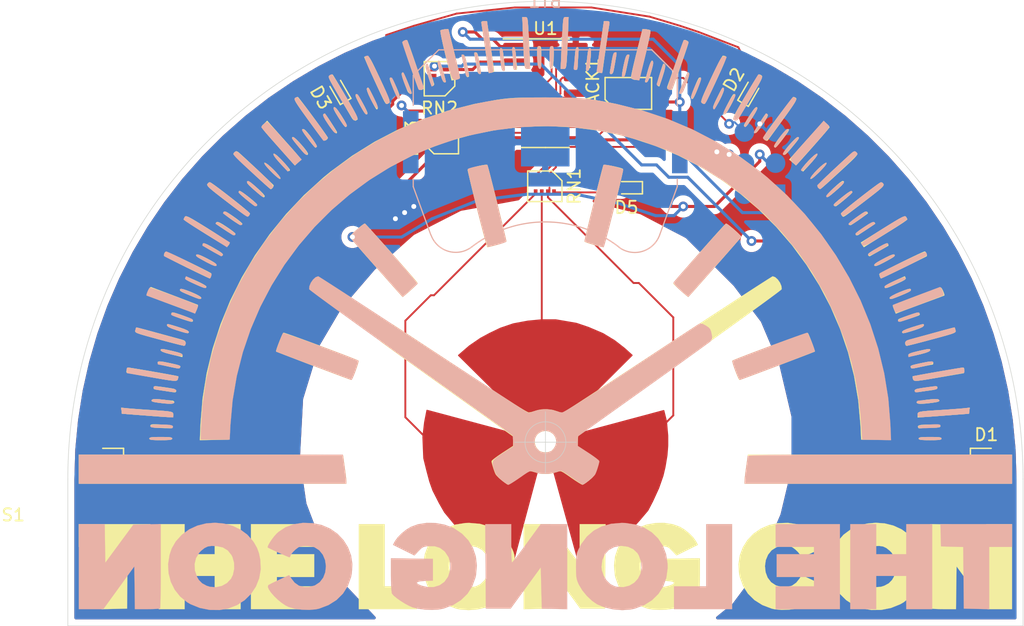
<source format=kicad_pcb>
(kicad_pcb (version 20171130) (host pcbnew "(5.1.3)")
  (layers (0 F.Cu signal) (31 B.Cu signal) (34 B.Paste user hide) (35 F.Paste user) (36 B.SilkS user hide) (37 F.SilkS user) (38 B.Mask user) (39 F.Mask user) (44 Edge.Cuts user))
  (net 0 "")
  (net 1 GND)
  (net 2 VCC)
  (net 3 QT3)
  (net 4 QT4)
  (net 5 QT2)
  (net 6 QT5)
  (net 7 QT1)
  (net 8 MISO)
  (net 9 "Net-(D1-Pad2)")
  (net 10 "Net-(D2-Pad2)")
  (net 11 "Net-(D3-Pad2)")
  (net 12 "Net-(D4-Pad2)")
  (net 13 "Net-(D5-Pad2)")
  (net 14 LED1)
  (net 15 RESET)
  (net 16 R1)
  (net 17 R2)
  (net 18 R3)
  (net 19 LED5)
  (net 20 LED4)
  (net 21 LED3)
  (net 22 LED2)
  (net 23 "Net-(RN3-Pad7)")
  (net 24 "Net-(RN3-Pad2)")
  (net 25 "Net-(RN3-Pad6)")
  (net 26 "Net-(RN3-Pad3)")
  (net 27 "Net-(RN3-Pad5)")
  (net 28 "Net-(RN3-Pad4)")
  (module tlc_ctf_board:CAP_ARRAY_4_1206 (layer F.Cu) (at 180.76 48.99)
    (fp_text reference CPACK1 (at -2.9 0 90) (layer F.SilkS))
    (fp_text value C_Pack_4)
    (pad 8 smd rect (at -1.2 -0.5) (size 0.4 0.6) (layers F.Cu F.Paste F.Mask) (net 5 QT2))
    (pad 1 smd rect (at -1.2 0.5) (size 0.4 0.6) (layers F.Cu F.Paste F.Mask) (net 4 QT4))
    (pad 7 smd rect (at -0.4 -0.5) (size 0.4 0.6) (layers F.Cu F.Paste F.Mask) (net 3 QT3))
    (pad 2 smd rect (at -0.4 0.5) (size 0.4 0.6) (layers F.Cu F.Paste F.Mask) (net 6 QT5))
    (pad 6 smd rect (at 0.4 -0.5) (size 0.4 0.6) (layers F.Cu F.Paste F.Mask) (net 7 QT1))
    (pad 3 smd rect (at 0.4 0.5) (size 0.4 0.6) (layers F.Cu F.Paste F.Mask) (net 8 MISO))
    (pad 5 smd rect (at 1.2 -0.5) (size 0.4 0.6) (layers F.Cu F.Paste F.Mask) (net 2 VCC))
    (pad 4 smd rect (at 1.2 0.5) (size 0.4 0.6) (layers F.Cu F.Paste F.Mask) (net 1 GND))
  )
  (module Battery:BatteryHolder_Keystone_3034_1x20mm (layer B.Cu) (at 173.975 52.97 180)
    (fp_text reference BT1 (at 0 11.5) (layer B.SilkS) (effects (justify mirror)))
    (fp_text value Battery_Cell)
    (pad 2 smd rect (at 0 0 180) (size 3.96 3.96) (layers B.Cu B.Paste B.Mask) (net 1 GND))
    (pad 1 smd rect (at 10.985 0 180) (size 1.27 5.08) (layers B.Cu B.Paste B.Mask) (net 2 VCC))
    (pad 1 smd rect (at -10.985 0 180) (size 1.27 5.08) (layers B.Cu B.Paste B.Mask) (net 2 VCC))
  )
  (module Package_SO:SOIC-14_3.9x8.7mm_P1.27mm (layer F.Cu) (at 173.99 48.97)
    (fp_text reference U1 (at 0 -5.28) (layer F.SilkS))
    (fp_text value ATtiny84A-SSU)
    (pad 1 smd roundrect (at -2.475 -3.81) (size 1.95 0.6) (layers F.Cu F.Paste F.Mask) (net 2 VCC))
    (pad 2 smd roundrect (at -2.475 -2.54) (size 1.95 0.6) (layers F.Cu F.Paste F.Mask) (net 19 LED5))
    (pad 3 smd roundrect (at -2.475 -1.27) (size 1.95 0.6) (layers F.Cu F.Paste F.Mask) (net 20 LED4))
    (pad 4 smd roundrect (at -2.475 0) (size 1.95 0.6) (layers F.Cu F.Paste F.Mask) (net 15 RESET))
    (pad 5 smd roundrect (at -2.475 1.27) (size 1.95 0.6) (layers F.Cu F.Paste F.Mask) (net 21 LED3))
    (pad 6 smd roundrect (at -2.475 2.54) (size 1.95 0.6) (layers F.Cu F.Paste F.Mask) (net 22 LED2))
    (pad 7 smd roundrect (at -2.475 3.81) (size 1.95 0.6) (layers F.Cu F.Paste F.Mask) (net 14 LED1))
    (pad 8 smd roundrect (at 2.475 3.81) (size 1.95 0.6) (layers F.Cu F.Paste F.Mask) (net 8 MISO))
    (pad 9 smd roundrect (at 2.475 2.54) (size 1.95 0.6) (layers F.Cu F.Paste F.Mask) (net 6 QT5))
    (pad 10 smd roundrect (at 2.475 1.27) (size 1.95 0.6) (layers F.Cu F.Paste F.Mask) (net 4 QT4))
    (pad 11 smd roundrect (at 2.475 0) (size 1.95 0.6) (layers F.Cu F.Paste F.Mask) (net 5 QT2))
    (pad 12 smd roundrect (at 2.475 -1.27) (size 1.95 0.6) (layers F.Cu F.Paste F.Mask) (net 3 QT3))
    (pad 13 smd roundrect (at 2.475 -2.54) (size 1.95 0.6) (layers F.Cu F.Paste F.Mask) (net 7 QT1))
    (pad 14 smd roundrect (at 2.475 -3.81) (size 1.95 0.6) (layers F.Cu F.Paste F.Mask) (net 1 GND))
  )
  (module tlc_ctf_board:logo (layer B.Cu) (at 173.99 66.97 180)
    (fp_text reference G*** hide)
    (fp_text value LOGO hide)
  )
  (module tlc_ctf_board:wheel_simple (layer F.Cu) (at 173.99 77.47)
    (fp_text reference S1 (at -43.461658 5.939561) (layer F.SilkS))
    (fp_text value rotor)
    (fp_poly (pts (xy -0.67 2.45) (xy -1.09 2.27) (xy -1.57 1.98) (xy -1.95 1.57) (xy -2.23 1.18) (xy -2.41 0.75) (xy -2.54 0.28) (xy -2.48 -0.17) (xy -2.45 -0.45) (xy -2.43 -0.66) (xy -9.67 -2.6) (xy -9.86 -1.63) (xy -10 -0.44) (xy -9.93 1.3) (xy -9.68 2.31) (xy -9.44 3.21) (xy -9.18 3.94) (xy -8.66 4.96) (xy -8.23 5.71) (xy -7.38 6.74) (xy -6.63 7.48) (xy -6.01 8.02) (xy -5.38 8.45) (xy -4.51 8.92) (xy -3.74 9.24) (xy -3 9.51) (xy -2.6 9.66)) (layer F.Cu) (width 0.1))
    (fp_poly (pts (xy 0.67 2.38) (xy 1.05 2.27) (xy 1.59 1.97) (xy 1.94 1.6) (xy 2.19 1.23) (xy 2.33 0.89) (xy 2.46 0.45) (xy 2.51 0.02) (xy 2.46 -0.37) (xy 2.43 -0.56) (xy 2.42 -0.64) (xy 9.66 -2.58) (xy 9.88 -1.69) (xy 9.94 -0.97) (xy 9.98 -0.54) (xy 9.98 0.28) (xy 9.92 1.06) (xy 9.76 2.02) (xy 9.59 2.74) (xy 9.24 3.74) (xy 8.75 4.81) (xy 8.36 5.56) (xy 7.64 6.41) (xy 6.81 7.32) (xy 5.89 8.03) (xy 5.2 8.6) (xy 4.49 8.96) (xy 3.69 9.35) (xy 2.66 9.63)) (layer F.Cu) (width 0.1))
    (fp_poly (pts (xy -1.76 -1.81) (xy -1.4 -2.11) (xy -0.77 -2.38) (xy -0.23 -2.48) (xy 0.39 -2.49) (xy 0.95 -2.33) (xy 1.33 -2.14) (xy 1.64 -1.87) (xy 1.77 -1.82) (xy 7.07 -7.1) (xy 6.45 -7.66) (xy 5.64 -8.29) (xy 4.7 -8.86) (xy 3.53 -9.36) (xy 2.53 -9.7) (xy 0.84 -9.99) (xy -0.3 -9.99) (xy -1.44 -9.88) (xy -2.62 -9.66) (xy -3.68 -9.3) (xy -4.55 -8.88) (xy -5.28 -8.49) (xy -6.2 -7.86) (xy -6.77 -7.37) (xy -7.09 -7.09)) (layer F.Cu) (width 0.1))
    (pad 3 smd circle (at -0.6 -6.6) (size 1.524 1.524) (layers F.Cu) (net 18 R3))
    (pad 2 smd circle (at 5.8 3.6) (size 1.524 1.524) (layers F.Cu) (net 17 R2))
    (pad 1 smd circle (at -6 3.4) (size 1.524 1.524) (layers F.Cu) (net 16 R1))
  )
  (module tlc_ctf_board:logo (layer F.Cu) (at 173.99 66.97)
    (fp_text reference G*** hide)
    (fp_text value LOGO hide)
  )
  (module tlc_ctf_board:r_array (layer F.Cu) (at 173.94 56.57 180)
    (fp_text reference RN1 (at -2.4 0 90) (layer F.SilkS))
    (fp_text value R_Pack04)
    (pad 8 smd rect (at -0.75 -0.5 180) (size 0.3 0.5) (layers F.Cu F.Paste F.Mask) (net 13 "Net-(D5-Pad2)"))
    (pad 1 smd rect (at -0.75 0.5 180) (size 0.3 0.5) (layers F.Cu F.Paste F.Mask) (net 14 LED1))
    (pad 7 smd rect (at -0.25 -0.5 180) (size 0.3 0.5) (layers F.Cu F.Paste F.Mask) (net 17 R2))
    (pad 2 smd rect (at -0.25 0.5 180) (size 0.3 0.5) (layers F.Cu F.Paste F.Mask) (net 5 QT2))
    (pad 6 smd rect (at 0.25 -0.5 180) (size 0.3 0.5) (layers F.Cu F.Paste F.Mask) (net 18 R3))
    (pad 3 smd rect (at 0.25 0.5 180) (size 0.3 0.5) (layers F.Cu F.Paste F.Mask) (net 3 QT3))
    (pad 5 smd rect (at 0.75 -0.5 180) (size 0.3 0.5) (layers F.Cu F.Paste F.Mask) (net 16 R1))
    (pad 4 smd rect (at 0.75 0.5 180) (size 0.3 0.5) (layers F.Cu F.Paste F.Mask) (net 7 QT1))
  )
  (module digikey-footprints:LED_0603 (layer F.Cu) (at 209.99 78.47)
    (fp_text reference D1 (at 0 -1.61) (layer F.SilkS))
    (fp_text value LED)
    (pad 1 smd rect (at -0.75 0) (size 0.8 0.8) (layers F.Cu F.Paste F.Mask) (net 1 GND))
    (pad 2 smd rect (at 0.75 0) (size 0.8 0.8) (layers F.Cu F.Paste F.Mask) (net 9 "Net-(D1-Pad2)"))
  )
  (module digikey-footprints:LED_0603 (layer F.Cu) (at 190.775 48.669519 60)
    (fp_text reference D2 (at 0 -1.61 60) (layer F.SilkS))
    (fp_text value LED)
    (pad 2 smd rect (at 0.75 0 60) (size 0.8 0.8) (layers F.Cu F.Paste F.Mask) (net 10 "Net-(D2-Pad2)"))
    (pad 1 smd rect (at -0.75 0 60) (size 0.8 0.8) (layers F.Cu F.Paste F.Mask) (net 1 GND))
  )
  (module digikey-footprints:LED_0603 (layer F.Cu) (at 157.025 48.520481 120)
    (fp_text reference D3 (at 0 -1.61 120) (layer F.SilkS))
    (fp_text value LED)
    (pad 1 smd rect (at -0.75 0 120) (size 0.8 0.8) (layers F.Cu F.Paste F.Mask) (net 1 GND))
    (pad 2 smd rect (at 0.75 0 120) (size 0.8 0.8) (layers F.Cu F.Paste F.Mask) (net 11 "Net-(D3-Pad2)"))
  )
  (module digikey-footprints:LED_0603 (layer F.Cu) (at 138.24 78.47 180)
    (fp_text reference D4 (at 0 -1.61) (layer F.SilkS))
    (fp_text value LED)
    (pad 2 smd rect (at 0.75 0 180) (size 0.8 0.8) (layers F.Cu F.Paste F.Mask) (net 12 "Net-(D4-Pad2)"))
    (pad 1 smd rect (at -0.75 0 180) (size 0.8 0.8) (layers F.Cu F.Paste F.Mask) (net 1 GND))
  )
  (module digikey-footprints:LED_0603 (layer F.Cu) (at 180.61 56.69 180)
    (fp_text reference D5 (at 0 -1.61) (layer F.SilkS))
    (fp_text value LED)
    (pad 1 smd rect (at -0.75 0 180) (size 0.8 0.8) (layers F.Cu F.Paste F.Mask) (net 1 GND))
    (pad 2 smd rect (at 0.75 0 180) (size 0.8 0.8) (layers F.Cu F.Paste F.Mask) (net 13 "Net-(D5-Pad2)"))
  )
  (module misc_footprints:AVR-ISP-6 (layer B.Cu) (at 190.24 57.22)
    (fp_text reference J1 hide)
    (fp_text value AVR-ISP-6 hide)
    (pad 1 smd oval (at 0 0) (size 1.6 1.6) (layers B.Cu B.Paste B.Mask) (net 8 MISO))
    (pad 2 smd rect (at 2.54 0) (size 1.6 1.6) (layers B.Cu B.Paste B.Mask) (net 2 VCC))
    (pad 3 smd oval (at 0 -2.54) (size 1.6 1.6) (layers B.Cu B.Paste B.Mask) (net 6 QT5))
    (pad 4 smd oval (at 2.54 -2.54) (size 1.6 1.6) (layers B.Cu B.Paste B.Mask) (net 14 LED1))
    (pad 5 smd oval (at 0 -5.08) (size 1.6 1.6) (layers B.Cu B.Paste B.Mask) (net 15 RESET))
    (pad 6 smd oval (at 2.54 -5.08) (size 1.6 1.6) (layers B.Cu B.Paste B.Mask) (net 1 GND))
  )
  (module tlc_ctf_board:r_array (layer F.Cu) (at 165.34 47.79 90)
    (fp_text reference RN2 (at -2.4 0) (layer F.SilkS))
    (fp_text value R_Pack04)
    (pad 4 smd rect (at 0.75 0.5 90) (size 0.3 0.5) (layers F.Cu F.Paste F.Mask) (net 19 LED5))
    (pad 5 smd rect (at 0.75 -0.5 90) (size 0.3 0.5) (layers F.Cu F.Paste F.Mask) (net 9 "Net-(D1-Pad2)"))
    (pad 3 smd rect (at 0.25 0.5 90) (size 0.3 0.5) (layers F.Cu F.Paste F.Mask) (net 20 LED4))
    (pad 6 smd rect (at 0.25 -0.5 90) (size 0.3 0.5) (layers F.Cu F.Paste F.Mask) (net 10 "Net-(D2-Pad2)"))
    (pad 2 smd rect (at -0.25 0.5 90) (size 0.3 0.5) (layers F.Cu F.Paste F.Mask) (net 21 LED3))
    (pad 7 smd rect (at -0.25 -0.5 90) (size 0.3 0.5) (layers F.Cu F.Paste F.Mask) (net 11 "Net-(D3-Pad2)"))
    (pad 1 smd rect (at -0.75 0.5 90) (size 0.3 0.5) (layers F.Cu F.Paste F.Mask) (net 22 LED2))
    (pad 8 smd rect (at -0.75 -0.5 90) (size 0.3 0.5) (layers F.Cu F.Paste F.Mask) (net 12 "Net-(D4-Pad2)"))
  )
  (module tlc_ctf_board:r_array (layer F.Cu) (at 165.49 52.67)
    (fp_text reference RN3 (at -2.4 0 90) (layer F.SilkS))
    (fp_text value R_Pack04)
    (pad 8 smd rect (at -0.75 -0.5) (size 0.3 0.5) (layers F.Cu F.Paste F.Mask) (net 2 VCC))
    (pad 1 smd rect (at -0.75 0.5) (size 0.3 0.5) (layers F.Cu F.Paste F.Mask) (net 15 RESET))
    (pad 7 smd rect (at -0.25 -0.5) (size 0.3 0.5) (layers F.Cu F.Paste F.Mask) (net 23 "Net-(RN3-Pad7)"))
    (pad 2 smd rect (at -0.25 0.5) (size 0.3 0.5) (layers F.Cu F.Paste F.Mask) (net 24 "Net-(RN3-Pad2)"))
    (pad 6 smd rect (at 0.25 -0.5) (size 0.3 0.5) (layers F.Cu F.Paste F.Mask) (net 25 "Net-(RN3-Pad6)"))
    (pad 3 smd rect (at 0.25 0.5) (size 0.3 0.5) (layers F.Cu F.Paste F.Mask) (net 26 "Net-(RN3-Pad3)"))
    (pad 5 smd rect (at 0.75 -0.5) (size 0.3 0.5) (layers F.Cu F.Paste F.Mask) (net 27 "Net-(RN3-Pad5)"))
    (pad 4 smd rect (at 0.75 0.5) (size 0.3 0.5) (layers F.Cu F.Paste F.Mask) (net 28 "Net-(RN3-Pad4)"))
  )
  (target plus (at 173.99 77.47) (size 5) (width 0.05) (layer Edge.Cuts))
  (gr_line (start 212.99 92.47) (end 212.99 80.47) (layer Edge.Cuts) (width 0.05))
  (gr_line (start 134.99 92.47) (end 212.99 92.47) (layer Edge.Cuts) (width 0.05))
  (gr_line (start 134.99 80.47) (end 134.99 92.47) (layer Edge.Cuts) (width 0.05))
  (gr_arc (start 173.99 80.47) (end 212.99 80.47) (angle -180) (layer Edge.Cuts) (width 0.05))
  (segment (start 180.49 77.97) (end 178.49 79.97) (width 0.25) (layer F.Cu) (net 0))
  (segment (start 178.49 79.97) (end 179.99 78.47) (width 0.25) (layer F.Cu) (net 0))
  (via (at 191.49 51.47) (size 0.8) (drill 0.4) (layers F.Cu B.Cu) (net 1))
  (segment (start 192.78 52.14) (end 192.16 52.14) (width 0.25) (layer B.Cu) (net 1))
  (segment (start 192.16 52.14) (end 191.49 51.47) (width 0.25) (layer B.Cu) (net 1))
  (via (at 163.24 58.22) (size 0.8) (drill 0.4) (layers F.Cu B.Cu) (net 1))
  (via (at 162.49 58.72) (size 0.8) (drill 0.4) (layers F.Cu B.Cu) (net 1))
  (via (at 161.74 59.22) (size 0.8) (drill 0.4) (layers F.Cu B.Cu) (net 1))
  (segment (start 182.78999 44.55999) (end 184.96 46.73) (width 0.25) (layer B.Cu) (net 2))
  (segment (start 181.96 48.49) (end 181.96 48.204998) (width 0.25) (layer F.Cu) (net 2))
  (segment (start 181.96 48.49) (end 182.045002 48.49) (width 0.25) (layer F.Cu) (net 2))
  (segment (start 184.77 52.78) (end 184.96 52.97) (width 0.25) (layer B.Cu) (net 2))
  (segment (start 164.74 52.17) (end 164.74 51.1) (width 0.1524) (layer F.Cu) (net 2))
  (segment (start 164.74 51.1) (end 164.07 50.43) (width 0.1524) (layer F.Cu) (net 2))
  (segment (start 162.99 51.51) (end 162.99 52.97) (width 0.1524) (layer B.Cu) (net 2))
  (segment (start 170.30002 45.16) (end 169.70001 44.55999) (width 0.25) (layer F.Cu) (net 2))
  (segment (start 171.515 45.16) (end 170.30002 45.16) (width 0.25) (layer F.Cu) (net 2))
  (segment (start 169.70001 44.55999) (end 182.78999 44.55999) (width 0.25) (layer B.Cu) (net 2))
  (segment (start 164.07 50.43) (end 162.7 50.43) (width 0.25) (layer F.Cu) (net 2))
  (via (at 162.24 49.97) (size 0.8) (drill 0.4) (layers F.Cu B.Cu) (net 2))
  (segment (start 162.7 50.43) (end 162.24 49.97) (width 0.25) (layer F.Cu) (net 2))
  (segment (start 162.99 50.72) (end 162.99 52.97) (width 0.25) (layer B.Cu) (net 2))
  (segment (start 162.24 49.97) (end 162.99 50.72) (width 0.25) (layer B.Cu) (net 2))
  (segment (start 183.61 49.69) (end 184.96 49.69) (width 0.25) (layer F.Cu) (net 2))
  (segment (start 182.41 48.49) (end 183.61 49.69) (width 0.25) (layer F.Cu) (net 2))
  (via (at 184.96 49.69) (size 0.8) (drill 0.4) (layers F.Cu B.Cu) (net 2))
  (segment (start 181.96 48.49) (end 182.41 48.49) (width 0.25) (layer F.Cu) (net 2))
  (segment (start 184.96 46.73) (end 184.96 49.69) (width 0.25) (layer B.Cu) (net 2))
  (segment (start 184.96 49.69) (end 184.96 52.97) (width 0.25) (layer B.Cu) (net 2))
  (segment (start 169.70001 44.55999) (end 168.82999 44.55999) (width 0.25) (layer F.Cu) (net 2))
  (segment (start 168.82999 44.55999) (end 168.24 43.97) (width 0.25) (layer F.Cu) (net 2))
  (segment (start 167.82999 44.55999) (end 169.70001 44.55999) (width 0.25) (layer B.Cu) (net 2))
  (segment (start 192.78 58.27) (end 192.33 58.72) (width 0.25) (layer B.Cu) (net 2))
  (segment (start 192.78 57.22) (end 192.78 58.27) (width 0.25) (layer B.Cu) (net 2))
  (segment (start 184.96 53.605002) (end 184.96 52.97) (width 0.25) (layer B.Cu) (net 2))
  (segment (start 190.074998 58.72) (end 184.96 53.605002) (width 0.25) (layer B.Cu) (net 2))
  (segment (start 192.33 58.72) (end 190.074998 58.72) (width 0.25) (layer B.Cu) (net 2))
  (via (at 167.24 43.97) (size 0.8) (drill 0.4) (layers F.Cu B.Cu) (net 2))
  (segment (start 167.82999 44.55999) (end 167.24 43.97) (width 0.25) (layer B.Cu) (net 2))
  (segment (start 167.24 43.97) (end 168.24 43.97) (width 0.25) (layer F.Cu) (net 2))
  (segment (start 177.54 47.7) (end 176.465 47.7) (width 0.1524) (layer F.Cu) (net 3))
  (segment (start 179.67 47.7) (end 177.54 47.7) (width 0.1524) (layer F.Cu) (net 3))
  (segment (start 180.36 48.39) (end 179.67 47.7) (width 0.1524) (layer F.Cu) (net 3))
  (segment (start 180.36 48.49) (end 180.36 48.39) (width 0.1524) (layer F.Cu) (net 3))
  (segment (start 174.49001 54.86759) (end 174.49001 49.718374) (width 0.1524) (layer F.Cu) (net 3))
  (segment (start 175.21379 47.87621) (end 175.39 47.7) (width 0.1524) (layer F.Cu) (net 3))
  (segment (start 175.39 47.7) (end 176.465 47.7) (width 0.1524) (layer F.Cu) (net 3))
  (segment (start 175.21379 48.994594) (end 175.21379 47.87621) (width 0.1524) (layer F.Cu) (net 3))
  (segment (start 173.69 56.07) (end 173.69 55.6676) (width 0.1524) (layer F.Cu) (net 3))
  (segment (start 174.49001 49.718374) (end 175.21379 48.994594) (width 0.1524) (layer F.Cu) (net 3))
  (segment (start 173.69 55.6676) (end 174.49001 54.86759) (width 0.1524) (layer F.Cu) (net 3))
  (segment (start 177.54 50.24) (end 176.465 50.24) (width 0.1524) (layer F.Cu) (net 4))
  (segment (start 178.4576 50.24) (end 177.54 50.24) (width 0.1524) (layer F.Cu) (net 4))
  (segment (start 179.2076 49.49) (end 178.4576 50.24) (width 0.1524) (layer F.Cu) (net 4))
  (segment (start 179.56 49.49) (end 179.2076 49.49) (width 0.1524) (layer F.Cu) (net 4))
  (segment (start 176.945 48.49) (end 176.465 48.97) (width 0.1524) (layer F.Cu) (net 5))
  (segment (start 179.56 48.49) (end 176.945 48.49) (width 0.1524) (layer F.Cu) (net 5))
  (segment (start 174.19 56.07) (end 174.19 55.6676) (width 0.1524) (layer F.Cu) (net 5))
  (segment (start 176.09429 49.34071) (end 176.465 48.97) (width 0.1524) (layer F.Cu) (net 5))
  (segment (start 174.19 55.6676) (end 174.842421 55.015179) (width 0.1524) (layer F.Cu) (net 5))
  (segment (start 174.842421 55.015179) (end 174.842421 49.864347) (width 0.1524) (layer F.Cu) (net 5))
  (segment (start 175.366058 49.34071) (end 176.09429 49.34071) (width 0.1524) (layer F.Cu) (net 5))
  (segment (start 174.842421 49.864347) (end 175.366058 49.34071) (width 0.1524) (layer F.Cu) (net 5))
  (segment (start 177.54 51.51) (end 176.465 51.51) (width 0.1524) (layer F.Cu) (net 6))
  (segment (start 178.44 51.51) (end 177.54 51.51) (width 0.1524) (layer F.Cu) (net 6))
  (segment (start 180.36 49.59) (end 178.44 51.51) (width 0.1524) (layer F.Cu) (net 6))
  (segment (start 180.36 49.49) (end 180.36 49.59) (width 0.1524) (layer F.Cu) (net 6))
  (via (at 188.99 53.97) (size 0.8) (drill 0.4) (layers F.Cu B.Cu) (net 6))
  (segment (start 190.24 54.68) (end 189.7 54.68) (width 0.25) (layer B.Cu) (net 6))
  (segment (start 189.7 54.68) (end 188.99 53.97) (width 0.25) (layer B.Cu) (net 6))
  (segment (start 188.99 53.97) (end 188.99 55.72) (width 0.1524) (layer F.Cu) (net 6))
  (segment (start 188.99 55.72) (end 186.62621 53.35621) (width 0.1524) (layer F.Cu) (net 6))
  (segment (start 175.21379 51.68621) (end 175.39 51.51) (width 0.1524) (layer F.Cu) (net 6))
  (segment (start 175.21379 53.106544) (end 175.21379 51.68621) (width 0.1524) (layer F.Cu) (net 6))
  (segment (start 175.39 51.51) (end 176.465 51.51) (width 0.1524) (layer F.Cu) (net 6))
  (segment (start 175.463456 53.35621) (end 175.21379 53.106544) (width 0.1524) (layer F.Cu) (net 6))
  (segment (start 186.62621 53.35621) (end 175.463456 53.35621) (width 0.1524) (layer F.Cu) (net 6))
  (segment (start 177.54 46.43) (end 176.465 46.43) (width 0.1524) (layer F.Cu) (net 7))
  (segment (start 181.16 48.0376) (end 179.5524 46.43) (width 0.1524) (layer F.Cu) (net 7))
  (segment (start 179.5524 46.43) (end 177.54 46.43) (width 0.1524) (layer F.Cu) (net 7))
  (segment (start 181.16 48.49) (end 181.16 48.0376) (width 0.1524) (layer F.Cu) (net 7))
  (segment (start 173.19 55.6676) (end 174.1376 54.72) (width 0.1524) (layer F.Cu) (net 7))
  (segment (start 173.19 56.07) (end 173.19 55.6676) (width 0.1524) (layer F.Cu) (net 7))
  (segment (start 174.1376 54.72) (end 174.1376 49.5724) (width 0.1524) (layer F.Cu) (net 7))
  (segment (start 175.39 46.43) (end 176.465 46.43) (width 0.1524) (layer F.Cu) (net 7))
  (segment (start 174.861379 48.848621) (end 174.861379 46.958621) (width 0.1524) (layer F.Cu) (net 7))
  (segment (start 174.1376 49.5724) (end 174.861379 48.848621) (width 0.1524) (layer F.Cu) (net 7))
  (segment (start 174.861379 46.958621) (end 175.39 46.43) (width 0.1524) (layer F.Cu) (net 7))
  (segment (start 177.54 52.78) (end 176.465 52.78) (width 0.1524) (layer F.Cu) (net 8))
  (segment (start 177.97 52.78) (end 177.54 52.78) (width 0.1524) (layer F.Cu) (net 8))
  (segment (start 181.16 49.59) (end 177.97 52.78) (width 0.1524) (layer F.Cu) (net 8))
  (segment (start 181.16 49.49) (end 181.16 49.59) (width 0.1524) (layer F.Cu) (net 8))
  (segment (start 190.24 57.22) (end 187.98569 54.96569) (width 0.25) (layer B.Cu) (net 8))
  (segment (start 187.98569 54.325069) (end 187.98569 53.759384) (width 0.25) (layer B.Cu) (net 8))
  (segment (start 187.98569 54.96569) (end 187.98569 54.325069) (width 0.25) (layer B.Cu) (net 8))
  (via (at 187.98569 53.759384) (size 0.8) (drill 0.4) (layers F.Cu B.Cu) (net 8))
  (segment (start 183.9 52.78) (end 176.465 52.78) (width 0.25) (layer F.Cu) (net 8))
  (segment (start 184.074999 52.954999) (end 183.9 52.78) (width 0.25) (layer F.Cu) (net 8))
  (segment (start 187.98569 53.759384) (end 187.181305 52.954999) (width 0.25) (layer F.Cu) (net 8))
  (segment (start 187.181305 52.954999) (end 184.074999 52.954999) (width 0.25) (layer F.Cu) (net 8))
  (segment (start 193.96 61.04) (end 199.74 66.82) (width 0.25) (layer F.Cu) (net 9))
  (segment (start 201.375002 66.82) (end 210.74 76.184998) (width 0.25) (layer F.Cu) (net 9))
  (segment (start 199.74 66.82) (end 201.375002 66.82) (width 0.25) (layer F.Cu) (net 9))
  (via (at 190.82 61.04) (size 0.8) (drill 0.4) (layers F.Cu B.Cu) (net 9))
  (segment (start 210.74 77.82) (end 210.74 78.47) (width 0.25) (layer F.Cu) (net 9))
  (segment (start 164.84 47.04) (end 164.94 47.04) (width 0.25) (layer F.Cu) (net 9))
  (segment (start 190.82 61.04) (end 193.96 61.04) (width 0.25) (layer F.Cu) (net 9))
  (segment (start 210.74 76.184998) (end 210.74 77.82) (width 0.25) (layer F.Cu) (net 9))
  (via (at 164.932247 46.760568) (size 0.8) (drill 0.4) (layers F.Cu B.Cu) (net 9))
  (segment (start 164.84 47.04) (end 164.84 46.852815) (width 0.25) (layer F.Cu) (net 9))
  (segment (start 164.84 46.852815) (end 164.932247 46.760568) (width 0.25) (layer F.Cu) (net 9))
  (segment (start 190.82 61.04) (end 185.615001 55.835001) (width 0.25) (layer B.Cu) (net 9))
  (segment (start 185.615001 55.835001) (end 184.064999 55.835001) (width 0.25) (layer B.Cu) (net 9))
  (segment (start 184.064999 55.835001) (end 183.054988 54.82499) (width 0.25) (layer B.Cu) (net 9))
  (segment (start 167.158845 46.760568) (end 165.497932 46.760568) (width 0.25) (layer B.Cu) (net 9))
  (segment (start 183.054988 54.82499) (end 181.84499 54.82499) (width 0.25) (layer B.Cu) (net 9))
  (segment (start 181.84499 54.82499) (end 173.613712 46.593712) (width 0.25) (layer B.Cu) (net 9))
  (segment (start 173.613712 46.593712) (end 167.325701 46.593712) (width 0.25) (layer B.Cu) (net 9))
  (segment (start 167.325701 46.593712) (end 167.158845 46.760568) (width 0.25) (layer B.Cu) (net 9))
  (segment (start 165.497932 46.760568) (end 164.932247 46.760568) (width 0.25) (layer B.Cu) (net 9))
  (segment (start 160.99 44.22) (end 160.99 44.72) (width 0.1524) (layer F.Cu) (net 10))
  (segment (start 166.74 42.47) (end 163.24 43.47) (width 0.1524) (layer F.Cu) (net 10))
  (segment (start 163.24 43.47) (end 160.99 44.22) (width 0.1524) (layer F.Cu) (net 10))
  (segment (start 171.49 41.97) (end 166.74 42.47) (width 0.1524) (layer F.Cu) (net 10))
  (segment (start 177.74 41.97) (end 171.49 41.97) (width 0.1524) (layer F.Cu) (net 10))
  (segment (start 164.4376 47.54) (end 164.84 47.54) (width 0.1524) (layer F.Cu) (net 10))
  (segment (start 191.15 48.02) (end 189.74 45.22) (width 0.1524) (layer F.Cu) (net 10))
  (segment (start 163.81 47.54) (end 164.4376 47.54) (width 0.1524) (layer F.Cu) (net 10))
  (segment (start 189.74 45.22) (end 186.49 43.97) (width 0.1524) (layer F.Cu) (net 10))
  (segment (start 186.49 43.97) (end 184.99 43.47) (width 0.1524) (layer F.Cu) (net 10))
  (segment (start 160.99 44.72) (end 163.81 47.54) (width 0.1524) (layer F.Cu) (net 10))
  (segment (start 182.49 42.72) (end 177.74 41.97) (width 0.1524) (layer F.Cu) (net 10))
  (segment (start 184.99 43.47) (end 182.49 42.72) (width 0.1524) (layer F.Cu) (net 10))
  (segment (start 156.819038 48.04) (end 156.65 47.870962) (width 0.25) (layer F.Cu) (net 11))
  (segment (start 164.84 48.04) (end 156.819038 48.04) (width 0.25) (layer F.Cu) (net 11))
  (segment (start 161.514998 49.621998) (end 161.514998 49.871998) (width 0.25) (layer F.Cu) (net 12))
  (segment (start 137.49 73.896996) (end 137.49 77.82) (width 0.25) (layer F.Cu) (net 12))
  (segment (start 161.514998 49.871998) (end 137.49 73.896996) (width 0.25) (layer F.Cu) (net 12))
  (segment (start 137.49 77.82) (end 137.49 78.47) (width 0.25) (layer F.Cu) (net 12))
  (segment (start 162.596996 48.54) (end 161.514998 49.621998) (width 0.25) (layer F.Cu) (net 12))
  (segment (start 164.84 48.54) (end 162.596996 48.54) (width 0.25) (layer F.Cu) (net 12))
  (segment (start 179.85 56.68) (end 179.86 56.69) (width 0.25) (layer F.Cu) (net 13))
  (segment (start 179.48 57.07) (end 179.86 56.69) (width 0.1524) (layer F.Cu) (net 13))
  (segment (start 174.69 57.07) (end 179.48 57.07) (width 0.1524) (layer F.Cu) (net 13))
  (via (at 158.23 60.71) (size 0.8) (drill 0.4) (layers F.Cu B.Cu) (net 14))
  (segment (start 175.1074 55.955) (end 175.255 55.955) (width 0.1524) (layer F.Cu) (net 14))
  (segment (start 174.9924 56.07) (end 175.1074 55.955) (width 0.1524) (layer F.Cu) (net 14))
  (segment (start 174.69 56.07) (end 174.9924 56.07) (width 0.1524) (layer F.Cu) (net 14))
  (segment (start 175.255 55.955) (end 175.095 55.955) (width 0.25) (layer F.Cu) (net 14))
  (segment (start 172.49 57.22) (end 168.49 57.72) (width 0.25) (layer B.Cu) (net 14))
  (segment (start 168.49 57.72) (end 164.74 59.22) (width 0.25) (layer B.Cu) (net 14))
  (segment (start 179.99 57.97) (end 176.49 57.22) (width 0.25) (layer B.Cu) (net 14))
  (via (at 185.24 58.22) (size 0.8) (drill 0.4) (layers F.Cu B.Cu) (net 14))
  (segment (start 176.49 57.22) (end 172.49 57.22) (width 0.25) (layer B.Cu) (net 14))
  (segment (start 182.99 58.97) (end 179.99 57.97) (width 0.25) (layer B.Cu) (net 14))
  (segment (start 164.74 59.22) (end 162.24 60.72) (width 0.25) (layer B.Cu) (net 14))
  (segment (start 162.24 60.72) (end 158.23 60.71) (width 0.25) (layer B.Cu) (net 14))
  (segment (start 184.49 58.97) (end 185.24 58.22) (width 0.25) (layer B.Cu) (net 14))
  (segment (start 182.99 58.97) (end 184.49 58.97) (width 0.25) (layer B.Cu) (net 14))
  (via (at 191.49 53.97) (size 0.8) (drill 0.4) (layers F.Cu B.Cu) (net 14))
  (segment (start 192.78 54.68) (end 192.2 54.68) (width 0.25) (layer B.Cu) (net 14))
  (segment (start 192.2 54.68) (end 191.49 53.97) (width 0.25) (layer B.Cu) (net 14))
  (segment (start 191.49 53.97) (end 191.49 54.537398) (width 0.25) (layer F.Cu) (net 14))
  (segment (start 187.807398 58.22) (end 185.805685 58.22) (width 0.25) (layer F.Cu) (net 14))
  (segment (start 185.805685 58.22) (end 185.24 58.22) (width 0.25) (layer F.Cu) (net 14))
  (segment (start 191.49 54.537398) (end 187.807398 58.22) (width 0.25) (layer F.Cu) (net 14))
  (segment (start 175.255 55.955) (end 181.907602 55.955) (width 0.25) (layer F.Cu) (net 14))
  (segment (start 184.172602 58.22) (end 184.674315 58.22) (width 0.25) (layer F.Cu) (net 14))
  (segment (start 184.674315 58.22) (end 185.24 58.22) (width 0.25) (layer F.Cu) (net 14))
  (segment (start 181.907602 55.955) (end 184.172602 58.22) (width 0.25) (layer F.Cu) (net 14))
  (segment (start 158.23 60.71) (end 164.56879 54.37121) (width 0.25) (layer F.Cu) (net 14))
  (segment (start 164.56879 54.37121) (end 169.92379 54.37121) (width 0.25) (layer F.Cu) (net 14))
  (segment (start 171.14429 53.15071) (end 171.515 52.78) (width 0.25) (layer F.Cu) (net 14))
  (segment (start 169.92379 54.37121) (end 171.14429 53.15071) (width 0.25) (layer F.Cu) (net 14))
  (segment (start 171.515 48.97) (end 171.99 48.97) (width 0.1524) (layer F.Cu) (net 15))
  (segment (start 172.193464 49.34071) (end 172.99 50.137246) (width 0.1524) (layer F.Cu) (net 15))
  (segment (start 171.515 48.97) (end 171.88571 49.34071) (width 0.1524) (layer F.Cu) (net 15))
  (segment (start 171.88571 49.34071) (end 172.193464 49.34071) (width 0.1524) (layer F.Cu) (net 15))
  (segment (start 172.99 50.137246) (end 172.99 52.22) (width 0.1524) (layer F.Cu) (net 15))
  (segment (start 172.97379 52.20379) (end 168.50621 52.20379) (width 0.1524) (layer F.Cu) (net 15))
  (segment (start 172.99 52.22) (end 172.97379 52.20379) (width 0.1524) (layer F.Cu) (net 15))
  (segment (start 164.74 53.5724) (end 164.74 53.17) (width 0.1524) (layer F.Cu) (net 15))
  (segment (start 164.863801 53.696201) (end 164.74 53.5724) (width 0.1524) (layer F.Cu) (net 15))
  (segment (start 167.013799 53.696201) (end 164.863801 53.696201) (width 0.1524) (layer F.Cu) (net 15))
  (segment (start 168.50621 52.20379) (end 167.013799 53.696201) (width 0.1524) (layer F.Cu) (net 15))
  (via (at 188.99 51.47) (size 0.8) (drill 0.4) (layers F.Cu B.Cu) (net 15))
  (segment (start 189.119999 51.340001) (end 188.99 51.47) (width 0.1524) (layer B.Cu) (net 15))
  (segment (start 190.24 52.14) (end 189.440001 51.340001) (width 0.1524) (layer B.Cu) (net 15))
  (segment (start 189.440001 51.340001) (end 189.119999 51.340001) (width 0.1524) (layer B.Cu) (net 15))
  (segment (start 188.99 51.47) (end 185.24 47.72) (width 0.1524) (layer F.Cu) (net 15))
  (segment (start 185.24 47.72) (end 181.49 47.72) (width 0.1524) (layer F.Cu) (net 15))
  (segment (start 179.62379 45.85379) (end 174.60621 45.85379) (width 0.1524) (layer F.Cu) (net 15))
  (segment (start 181.49 47.72) (end 179.62379 45.85379) (width 0.1524) (layer F.Cu) (net 15))
  (segment (start 174.60621 45.85379) (end 174.49 45.97) (width 0.1524) (layer F.Cu) (net 15))
  (segment (start 174.49 45.97) (end 174.49 47.72) (width 0.1524) (layer F.Cu) (net 15))
  (segment (start 173.24 48.97) (end 171.515 48.97) (width 0.1524) (layer F.Cu) (net 15))
  (segment (start 174.49 47.72) (end 173.24 48.97) (width 0.1524) (layer F.Cu) (net 15))
  (segment (start 162.55 75.43) (end 167.99 80.87) (width 0.1524) (layer F.Cu) (net 16))
  (segment (start 162.55 67.55) (end 162.55 75.43) (width 0.1524) (layer F.Cu) (net 16))
  (segment (start 173.19 57.17) (end 164.89 65.47) (width 0.1524) (layer F.Cu) (net 16))
  (segment (start 173.19 57.07) (end 173.19 57.17) (width 0.1524) (layer F.Cu) (net 16))
  (segment (start 164.63 65.47) (end 162.55 67.55) (width 0.1524) (layer F.Cu) (net 16))
  (segment (start 164.89 65.47) (end 164.63 65.47) (width 0.1524) (layer F.Cu) (net 16))
  (segment (start 180.891209 79.968791) (end 180.891209 78.818791) (width 0.1524) (layer F.Cu) (net 17))
  (segment (start 179.79 81.07) (end 180.891209 79.968791) (width 0.1524) (layer F.Cu) (net 17))
  (segment (start 180.891209 78.818791) (end 184.43 75.28) (width 0.1524) (layer F.Cu) (net 17))
  (segment (start 184.43 75.28) (end 184.43 67.28) (width 0.1524) (layer F.Cu) (net 17))
  (segment (start 174.32 57.17) (end 174.32 56.68) (width 0.1524) (layer F.Cu) (net 17))
  (segment (start 174.19 57.4724) (end 181.1876 64.47) (width 0.1524) (layer F.Cu) (net 17))
  (segment (start 174.19 57.07) (end 174.19 57.4724) (width 0.1524) (layer F.Cu) (net 17))
  (segment (start 181.62 64.47) (end 184.43 67.28) (width 0.1524) (layer F.Cu) (net 17))
  (segment (start 181.1876 64.47) (end 181.62 64.47) (width 0.1524) (layer F.Cu) (net 17))
  (segment (start 173.82 70.44) (end 173.39 70.87) (width 0.1524) (layer F.Cu) (net 18))
  (segment (start 173.69 69.49237) (end 173.69 57.77) (width 0.1524) (layer F.Cu) (net 18))
  (segment (start 173.39 70.87) (end 173.39 69.79237) (width 0.1524) (layer F.Cu) (net 18))
  (segment (start 173.39 69.79237) (end 173.69 69.49237) (width 0.1524) (layer F.Cu) (net 18))
  (segment (start 173.69 57.77) (end 173.69 57.07) (width 0.1524) (layer F.Cu) (net 18))
  (segment (start 165.84 47.04) (end 168.05 47.04) (width 0.25) (layer F.Cu) (net 19))
  (segment (start 168.66 46.43) (end 171.515 46.43) (width 0.25) (layer F.Cu) (net 19))
  (segment (start 168.05 47.04) (end 168.66 46.43) (width 0.25) (layer F.Cu) (net 19))
  (segment (start 170.28 47.54) (end 166.34 47.54) (width 0.25) (layer F.Cu) (net 20))
  (segment (start 166.34 47.54) (end 165.84 47.54) (width 0.25) (layer F.Cu) (net 20))
  (segment (start 170.44 47.7) (end 170.28 47.54) (width 0.25) (layer F.Cu) (net 20))
  (segment (start 171.515 47.7) (end 170.44 47.7) (width 0.25) (layer F.Cu) (net 20))
  (segment (start 170.44 50.24) (end 171.515 50.24) (width 0.25) (layer F.Cu) (net 21))
  (segment (start 168.54 50.24) (end 170.44 50.24) (width 0.25) (layer F.Cu) (net 21))
  (segment (start 166.34 48.04) (end 168.54 50.24) (width 0.25) (layer F.Cu) (net 21))
  (segment (start 165.84 48.04) (end 166.34 48.04) (width 0.25) (layer F.Cu) (net 21))
  (segment (start 170.44 51.51) (end 171.515 51.51) (width 0.25) (layer F.Cu) (net 22))
  (segment (start 168.41 51.51) (end 170.44 51.51) (width 0.25) (layer F.Cu) (net 22))
  (segment (start 165.84 48.94) (end 168.41 51.51) (width 0.25) (layer F.Cu) (net 22))
  (segment (start 165.84 48.54) (end 165.84 48.94) (width 0.25) (layer F.Cu) (net 22))
  (zone (net 1) (net_name GND) (layer B.Cu) (connect_pads (clearance 0.508)) (min_thickness 0.254) (fill yes (arc_segments 32) (thermal_gap 0.508) (thermal_bridge_width 0.508))
    (polygon (pts (xy 135.02 92.33) (xy 134.93 82.3) (xy 135.29 75.01) (xy 136 71.2) (xy 137.77 65.96) (xy 140.08 61.07) (xy 143.99 55.57) (xy 148.43 51.12) (xy 152.96 47.66) (xy 159.09 44.2) (xy 168.15 41.89) (xy 173.74 41.36) (xy 184.04 42.6) (xy 191.77 45.62) (xy 196.03 48.1) (xy 201.54 52.63) (xy 205 56.72) (xy 208.29 61.43) (xy 210.51 66.67) (xy 212.11 72.79) (xy 213.08 78.21) (xy 212.91 85.32) (xy 212.91 92.42)))
  )
  (zone (net 0) (net_name "") (layers F&B.Cu) (connect_pads (clearance 0.508)) (min_thickness 0.254)
    (keepout (tracks allowed) (vias allowed) (copperpour not_allowed))
    (fill (arc_segments 32) (thermal_gap 0.508) (thermal_bridge_width 0.508))
    (polygon (pts (xy 160.51 92.16) (xy 157.67 89.14) (xy 155.45 85.05) (xy 154.47 82.47) (xy 153.94 78.83) (xy 154.2 73.95) (xy 155.53 69.6) (xy 157.31 66.58) (xy 160.06 63.38) (xy 163.26 60.54) (xy 167.08 58.58) (xy 171.88 57.7) (xy 176.4 57.52) (xy 181.73 58.85) (xy 185.46 60.8) (xy 189.37 64.71) (xy 191.59 67.64) (xy 193.1 71.2) (xy 194.08 75.37) (xy 194.08 79.63) (xy 193.19 83.36) (xy 192.04 86.03) (xy 190.88 88.51) (xy 189.28 90.65) (xy 187.86 91.8) (xy 187.51 92.51)))
  )
  (zone (net 1) (net_name GND) (layer F.Cu) (connect_pads (clearance 0.508)) (min_thickness 0.254) (fill yes (arc_segments 32) (thermal_gap 0.508) (thermal_bridge_width 0.508))
    (polygon (pts (xy 135.02 92.33) (xy 134.93 82.3) (xy 135.29 75.01) (xy 136 71.2) (xy 137.77 65.96) (xy 140.08 61.07) (xy 143.99 55.57) (xy 148.43 51.12) (xy 152.96 47.66) (xy 159.09 44.2) (xy 168.15 41.89) (xy 173.74 41.36) (xy 184.04 42.6) (xy 191.77 45.62) (xy 196.03 48.1) (xy 201.54 52.63) (xy 205 56.72) (xy 208.29 61.43) (xy 210.51 66.67) (xy 212.11 72.79) (xy 213.08 78.21) (xy 212.91 85.32) (xy 212.91 92.42)))
  )
)
</source>
